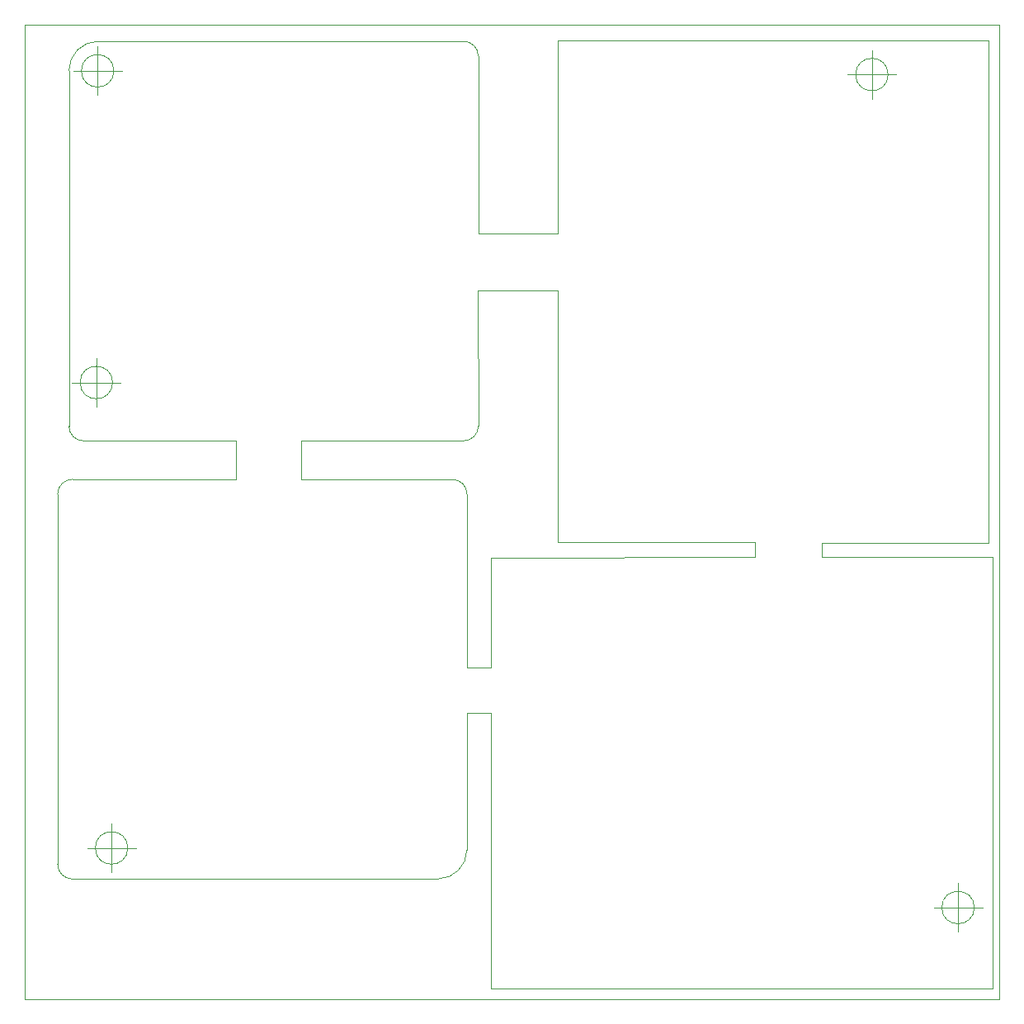
<source format=gm1>
G04 #@! TF.FileFunction,Profile,NP*
%FSLAX46Y46*%
G04 Gerber Fmt 4.6, Leading zero omitted, Abs format (unit mm)*
G04 Created by KiCad (PCBNEW 4.0.6-e0-6349~53~ubuntu14.04.1) date Thu Apr  6 15:25:57 2017*
%MOMM*%
%LPD*%
G01*
G04 APERTURE LIST*
%ADD10C,0.100000*%
G04 APERTURE END LIST*
D10*
X100000000Y-50000000D02*
X100000000Y-150000000D01*
X200000000Y-50000000D02*
X100000000Y-50000000D01*
X200000000Y-150000000D02*
X200000000Y-50000000D01*
X100000000Y-150000000D02*
X200000000Y-150000000D01*
X110556666Y-134490000D02*
G75*
G03X110556666Y-134490000I-1666666J0D01*
G01*
X106390000Y-134490000D02*
X111390000Y-134490000D01*
X108890000Y-131990000D02*
X108890000Y-136990000D01*
X188576666Y-55130000D02*
G75*
G03X188576666Y-55130000I-1666666J0D01*
G01*
X184410000Y-55130000D02*
X189410000Y-55130000D01*
X186910000Y-52630000D02*
X186910000Y-57630000D01*
X197416666Y-140600000D02*
G75*
G03X197416666Y-140600000I-1666666J0D01*
G01*
X193250000Y-140600000D02*
X198250000Y-140600000D01*
X195750000Y-138100000D02*
X195750000Y-143100000D01*
X108996666Y-86730000D02*
G75*
G03X108996666Y-86730000I-1666666J0D01*
G01*
X104830000Y-86730000D02*
X109830000Y-86730000D01*
X107330000Y-84230000D02*
X107330000Y-89230000D01*
X109126666Y-54750000D02*
G75*
G03X109126666Y-54750000I-1666666J0D01*
G01*
X104960000Y-54750000D02*
X109960000Y-54750000D01*
X107460000Y-52250000D02*
X107460000Y-57250000D01*
X145370000Y-115990000D02*
X145360000Y-98170000D01*
X147810000Y-115990000D02*
X145370000Y-115990000D01*
X147800000Y-104690000D02*
X147810000Y-115990000D01*
X147810000Y-120630000D02*
X147800000Y-148770000D01*
X145360000Y-120630000D02*
X147810000Y-120630000D01*
X145360000Y-134670000D02*
X145360000Y-120630000D01*
X181780000Y-103210000D02*
X198880000Y-103200000D01*
X181780000Y-104650000D02*
X181780000Y-103210000D01*
X199300000Y-104650000D02*
X181780000Y-104650000D01*
X174900000Y-104670000D02*
X147800000Y-104680000D01*
X174900000Y-103140000D02*
X174900000Y-104670000D01*
X170470000Y-103140000D02*
X174900000Y-103140000D01*
X154690000Y-103150000D02*
X170470000Y-103140000D01*
X154690000Y-71470000D02*
X154680000Y-51630000D01*
X146530000Y-71470000D02*
X154690000Y-71470000D01*
X146520000Y-53230000D02*
X146530000Y-71470000D01*
X154690000Y-77260000D02*
X154690000Y-103140000D01*
X146510000Y-77260000D02*
X154690000Y-77260000D01*
X146520000Y-91210000D02*
X146510000Y-77260000D01*
X128340000Y-96670000D02*
X143880000Y-96670000D01*
X128340000Y-92710000D02*
X128340000Y-96670000D01*
X145000000Y-92720000D02*
X128340000Y-92710000D01*
X121650000Y-96650000D02*
X104870000Y-96670000D01*
X121650000Y-92720000D02*
X121650000Y-96650000D01*
X106020000Y-92720000D02*
X121650000Y-92720000D01*
X154680000Y-51640000D02*
X154780000Y-51640000D01*
X198880000Y-51640000D02*
X198880000Y-103140000D01*
X154680000Y-51640000D02*
X198880000Y-51640000D01*
X144990000Y-51720000D02*
X107520000Y-51720000D01*
X104520000Y-54730000D02*
X104520000Y-91260000D01*
X146520000Y-53220000D02*
G75*
G03X145020000Y-51720000I-1500000J0D01*
G01*
X145020000Y-92720000D02*
G75*
G03X146520000Y-91220000I0J1500000D01*
G01*
X104520000Y-91220000D02*
G75*
G03X106020000Y-92720000I1500000J0D01*
G01*
X107520000Y-51720000D02*
G75*
G03X104520000Y-54720000I0J-3000000D01*
G01*
X147800000Y-148880000D02*
X147800000Y-148780000D01*
X199300000Y-148880000D02*
X147800000Y-148880000D01*
X199300000Y-104680000D02*
X199300000Y-148880000D01*
X104890000Y-137670000D02*
X142360000Y-137670000D01*
X103360000Y-98180000D02*
X103360000Y-136180000D01*
X103360000Y-136170000D02*
G75*
G03X104860000Y-137670000I1500000J0D01*
G01*
X104860000Y-96670000D02*
G75*
G03X103360000Y-98170000I0J-1500000D01*
G01*
X145360000Y-98170000D02*
G75*
G03X143860000Y-96670000I-1500000J0D01*
G01*
X142360000Y-137670000D02*
G75*
G03X145360000Y-134670000I0J3000000D01*
G01*
M02*

</source>
